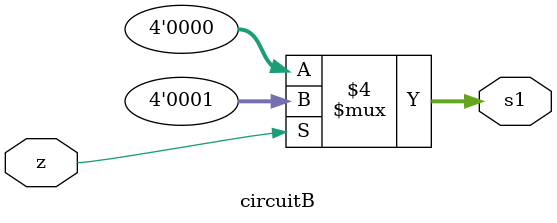
<source format=v>
module circuitB (z, s1);
    input z;
	output reg[3:0] s1; 
	
	always @(z)
	begin
	  if (z == 1'b0)
		s1 = 7'b0000;
	  else
		s1 = 7'b0001;
	end
endmodule
</source>
